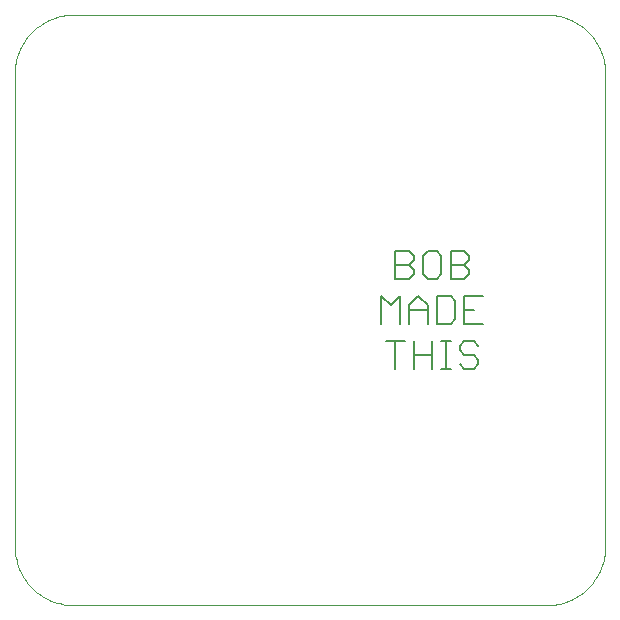
<source format=gbo>
G75*
G70*
%OFA0B0*%
%FSLAX24Y24*%
%IPPOS*%
%LPD*%
%AMOC8*
5,1,8,0,0,1.08239X$1,22.5*
%
%ADD10C,0.0000*%
%ADD11C,0.0080*%
D10*
X003656Y003649D02*
X003656Y019397D01*
X003658Y019491D01*
X003665Y019584D01*
X003676Y019677D01*
X003692Y019770D01*
X003712Y019861D01*
X003736Y019952D01*
X003764Y020041D01*
X003797Y020129D01*
X003834Y020215D01*
X003875Y020299D01*
X003920Y020382D01*
X003969Y020462D01*
X004021Y020539D01*
X004077Y020614D01*
X004137Y020686D01*
X004200Y020756D01*
X004266Y020822D01*
X004336Y020885D01*
X004408Y020945D01*
X004483Y021001D01*
X004560Y021053D01*
X004641Y021102D01*
X004723Y021147D01*
X004807Y021188D01*
X004893Y021225D01*
X004981Y021258D01*
X005070Y021286D01*
X005161Y021310D01*
X005252Y021330D01*
X005345Y021346D01*
X005438Y021357D01*
X005531Y021364D01*
X005625Y021366D01*
X005625Y021365D02*
X021373Y021365D01*
X021373Y021366D02*
X021467Y021364D01*
X021560Y021357D01*
X021653Y021346D01*
X021746Y021330D01*
X021837Y021310D01*
X021928Y021286D01*
X022017Y021258D01*
X022105Y021225D01*
X022191Y021188D01*
X022275Y021147D01*
X022358Y021102D01*
X022438Y021053D01*
X022515Y021001D01*
X022590Y020945D01*
X022662Y020885D01*
X022732Y020822D01*
X022798Y020756D01*
X022861Y020686D01*
X022921Y020614D01*
X022977Y020539D01*
X023029Y020462D01*
X023078Y020382D01*
X023123Y020299D01*
X023164Y020215D01*
X023201Y020129D01*
X023234Y020041D01*
X023262Y019952D01*
X023286Y019861D01*
X023306Y019770D01*
X023322Y019677D01*
X023333Y019584D01*
X023340Y019491D01*
X023342Y019397D01*
X023341Y019397D02*
X023341Y003649D01*
X023342Y003649D02*
X023340Y003555D01*
X023333Y003462D01*
X023322Y003369D01*
X023306Y003276D01*
X023286Y003185D01*
X023262Y003094D01*
X023234Y003005D01*
X023201Y002917D01*
X023164Y002831D01*
X023123Y002747D01*
X023078Y002665D01*
X023029Y002584D01*
X022977Y002507D01*
X022921Y002432D01*
X022861Y002360D01*
X022798Y002290D01*
X022732Y002224D01*
X022662Y002161D01*
X022590Y002101D01*
X022515Y002045D01*
X022438Y001993D01*
X022358Y001944D01*
X022275Y001899D01*
X022191Y001858D01*
X022105Y001821D01*
X022017Y001788D01*
X021928Y001760D01*
X021837Y001736D01*
X021746Y001716D01*
X021653Y001700D01*
X021560Y001689D01*
X021467Y001682D01*
X021373Y001680D01*
X005625Y001680D01*
X005528Y001682D01*
X005432Y001689D01*
X005336Y001701D01*
X005241Y001718D01*
X005147Y001739D01*
X005053Y001765D01*
X004962Y001795D01*
X004871Y001830D01*
X004783Y001869D01*
X004697Y001912D01*
X004613Y001960D01*
X004531Y002012D01*
X004452Y002067D01*
X004376Y002127D01*
X004303Y002190D01*
X004233Y002257D01*
X004166Y002327D01*
X004103Y002400D01*
X004043Y002476D01*
X003988Y002555D01*
X003936Y002637D01*
X003888Y002721D01*
X003845Y002807D01*
X003806Y002895D01*
X003771Y002986D01*
X003741Y003077D01*
X003715Y003171D01*
X003694Y003265D01*
X003677Y003360D01*
X003665Y003456D01*
X003658Y003552D01*
X003656Y003649D01*
D11*
X015880Y011063D02*
X015880Y011983D01*
X016187Y011676D01*
X016494Y011983D01*
X016494Y011063D01*
X016801Y011063D02*
X016801Y011676D01*
X017108Y011983D01*
X017415Y011676D01*
X017415Y011063D01*
X017722Y011063D02*
X018182Y011063D01*
X018336Y011216D01*
X018336Y011830D01*
X018182Y011983D01*
X017722Y011983D01*
X017722Y011063D01*
X017415Y011523D02*
X016801Y011523D01*
X016801Y012563D02*
X016341Y012563D01*
X016341Y013483D01*
X016801Y013483D01*
X016955Y013330D01*
X016955Y013176D01*
X016801Y013023D01*
X016341Y013023D01*
X016801Y013023D02*
X016955Y012869D01*
X016955Y012716D01*
X016801Y012563D01*
X017262Y012716D02*
X017415Y012563D01*
X017722Y012563D01*
X017875Y012716D01*
X017875Y013330D01*
X017722Y013483D01*
X017415Y013483D01*
X017262Y013330D01*
X017262Y012716D01*
X018182Y012563D02*
X018182Y013483D01*
X018643Y013483D01*
X018796Y013330D01*
X018796Y013176D01*
X018643Y013023D01*
X018182Y013023D01*
X018182Y012563D02*
X018643Y012563D01*
X018796Y012716D01*
X018796Y012869D01*
X018643Y013023D01*
X018643Y011983D02*
X018643Y011063D01*
X019257Y011063D01*
X018950Y011523D02*
X018643Y011523D01*
X018643Y011983D02*
X019257Y011983D01*
X018950Y010483D02*
X018643Y010483D01*
X018489Y010330D01*
X018489Y010176D01*
X018643Y010023D01*
X018950Y010023D01*
X019103Y009869D01*
X019103Y009716D01*
X018950Y009563D01*
X018643Y009563D01*
X018489Y009716D01*
X018182Y009563D02*
X017875Y009563D01*
X018029Y009563D02*
X018029Y010483D01*
X018182Y010483D02*
X017875Y010483D01*
X017569Y010483D02*
X017569Y009563D01*
X017569Y010023D02*
X016955Y010023D01*
X016955Y009563D02*
X016955Y010483D01*
X016648Y010483D02*
X016034Y010483D01*
X016341Y010483D02*
X016341Y009563D01*
X018950Y010483D02*
X019103Y010330D01*
M02*

</source>
